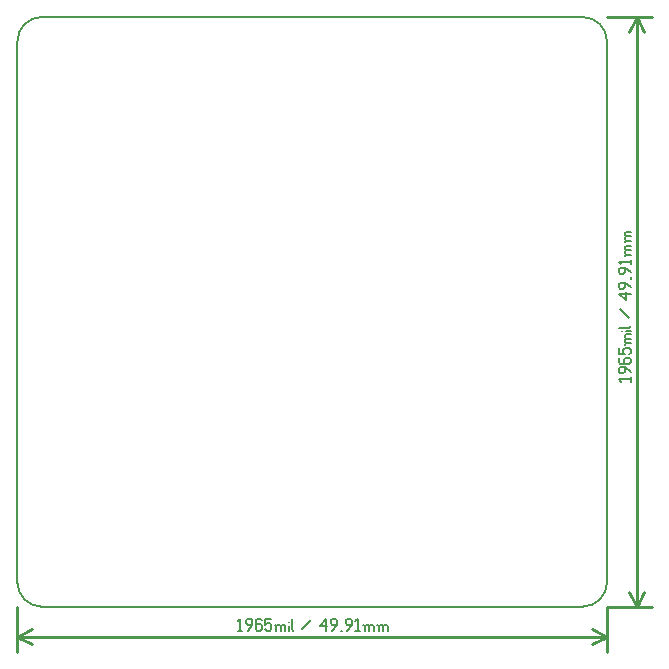
<source format=gbr>
G04 start of page 4 for group 2 idx 2 *
G04 Title: Zab-Let V2, outline *
G04 Creator: pcb 20110918 *
G04 CreationDate: Fri 21 Dec 2012 01:58:23 PM GMT UTC *
G04 For: bertho *
G04 Format: Gerber/RS-274X *
G04 PCB-Dimensions: 325000 225000 *
G04 PCB-Coordinate-Origin: lower left *
%MOIN*%
%FSLAX25Y25*%
%LNOUTLINE*%
%ADD33C,0.0100*%
%ADD32C,0.0080*%
G54D32*X18000Y215000D02*X198500D01*
X10000Y26500D02*Y207000D01*
X198500Y18500D02*X18000D01*
G54D33*X10000D02*Y3500D01*
Y8500D02*X206500D01*
X10000D02*X15000Y6000D01*
X10000Y8500D02*X15000Y11000D01*
G54D32*X206500Y207000D02*Y26500D01*
G54D33*Y18500D02*Y3500D01*
Y8500D02*X201500Y11000D01*
X206500Y8500D02*X201500Y6000D01*
X206500Y18500D02*X221500D01*
X216500D02*Y215000D01*
X206500D02*X221500D01*
X216500D02*X214000Y210000D01*
X216500Y215000D02*X219000Y210000D01*
X216500Y18500D02*X219000Y23500D01*
X216500Y18500D02*X214000Y23500D01*
G54D32*X10000Y207000D02*G75*G02X18000Y215000I8000J0D01*G01*
Y18500D02*G75*G02X10000Y26500I0J8000D01*G01*
X206500D02*G75*G02X198500Y18500I-8000J0D01*G01*
Y215000D02*G75*G02X206500Y207000I0J-8000D01*G01*
X83500Y13700D02*X84300Y14500D01*
Y10500D01*
X83500D02*X85000D01*
X86700D02*X88200Y12500D01*
Y14000D02*Y12500D01*
X87700Y14500D02*X88200Y14000D01*
X86700Y14500D02*X87700D01*
X86200Y14000D02*X86700Y14500D01*
X86200Y14000D02*Y13000D01*
X86700Y12500D01*
X88200D01*
X90900Y14500D02*X91400Y14000D01*
X89900Y14500D02*X90900D01*
X89400Y14000D02*X89900Y14500D01*
X89400Y14000D02*Y11000D01*
X89900Y10500D01*
X90900Y12700D02*X91400Y12200D01*
X89400Y12700D02*X90900D01*
X89900Y10500D02*X90900D01*
X91400Y11000D01*
Y12200D02*Y11000D01*
X92600Y14500D02*X94600D01*
X92600D02*Y12500D01*
X93100Y13000D01*
X94100D01*
X94600Y12500D01*
Y11000D01*
X94100Y10500D02*X94600Y11000D01*
X93100Y10500D02*X94100D01*
X92600Y11000D02*X93100Y10500D01*
X96300Y12000D02*Y10500D01*
Y12000D02*X96800Y12500D01*
X97300D01*
X97800Y12000D01*
Y10500D01*
Y12000D02*X98300Y12500D01*
X98800D01*
X99300Y12000D01*
Y10500D01*
X95800Y12500D02*X96300Y12000D01*
X100500Y13500D02*Y13400D01*
Y12000D02*Y10500D01*
X101500Y14500D02*Y11000D01*
X102000Y10500D01*
X104800Y11000D02*X107800Y14000D01*
X110800Y12000D02*X112800Y14500D01*
X110800Y12000D02*X113300D01*
X112800Y14500D02*Y10500D01*
X115000D02*X116500Y12500D01*
Y14000D02*Y12500D01*
X116000Y14500D02*X116500Y14000D01*
X115000Y14500D02*X116000D01*
X114500Y14000D02*X115000Y14500D01*
X114500Y14000D02*Y13000D01*
X115000Y12500D01*
X116500D01*
X117700Y10500D02*X118200D01*
X119900D02*X121400Y12500D01*
Y14000D02*Y12500D01*
X120900Y14500D02*X121400Y14000D01*
X119900Y14500D02*X120900D01*
X119400Y14000D02*X119900Y14500D01*
X119400Y14000D02*Y13000D01*
X119900Y12500D01*
X121400D01*
X122600Y13700D02*X123400Y14500D01*
Y10500D01*
X122600D02*X124100D01*
X125800Y12000D02*Y10500D01*
Y12000D02*X126300Y12500D01*
X126800D01*
X127300Y12000D01*
Y10500D01*
Y12000D02*X127800Y12500D01*
X128300D01*
X128800Y12000D01*
Y10500D01*
X125300Y12500D02*X125800Y12000D01*
X130500D02*Y10500D01*
Y12000D02*X131000Y12500D01*
X131500D01*
X132000Y12000D01*
Y10500D01*
Y12000D02*X132500Y12500D01*
X133000D01*
X133500Y12000D01*
Y10500D01*
X130000Y12500D02*X130500Y12000D01*
X211300Y93500D02*X210500Y94300D01*
X214500D01*
Y95000D02*Y93500D01*
Y96700D02*X212500Y98200D01*
X211000D02*X212500D01*
X210500Y97700D02*X211000Y98200D01*
X210500Y97700D02*Y96700D01*
X211000Y96200D02*X210500Y96700D01*
X211000Y96200D02*X212000D01*
X212500Y96700D01*
Y98200D02*Y96700D01*
X210500Y100900D02*X211000Y101400D01*
X210500Y100900D02*Y99900D01*
X211000Y99400D02*X210500Y99900D01*
X211000Y99400D02*X214000D01*
X214500Y99900D01*
X212300Y100900D02*X212800Y101400D01*
X212300Y100900D02*Y99400D01*
X214500Y100900D02*Y99900D01*
Y100900D02*X214000Y101400D01*
X212800D02*X214000D01*
X210500Y104600D02*Y102600D01*
X212500D01*
X212000Y103100D01*
Y104100D02*Y103100D01*
Y104100D02*X212500Y104600D01*
X214000D01*
X214500Y104100D02*X214000Y104600D01*
X214500Y104100D02*Y103100D01*
X214000Y102600D02*X214500Y103100D01*
X213000Y106300D02*X214500D01*
X213000D02*X212500Y106800D01*
Y107300D02*Y106800D01*
Y107300D02*X213000Y107800D01*
X214500D01*
X213000D02*X212500Y108300D01*
Y108800D02*Y108300D01*
Y108800D02*X213000Y109300D01*
X214500D01*
X212500Y105800D02*X213000Y106300D01*
X211500Y110500D02*X211600D01*
X213000D02*X214500D01*
X210500Y111500D02*X214000D01*
X214500Y112000D01*
X214000Y114800D02*X211000Y117800D01*
X213000Y120800D02*X210500Y122800D01*
X213000Y123300D02*Y120800D01*
X210500Y122800D02*X214500D01*
Y125000D02*X212500Y126500D01*
X211000D02*X212500D01*
X210500Y126000D02*X211000Y126500D01*
X210500Y126000D02*Y125000D01*
X211000Y124500D02*X210500Y125000D01*
X211000Y124500D02*X212000D01*
X212500Y125000D01*
Y126500D02*Y125000D01*
X214500Y128200D02*Y127700D01*
Y129900D02*X212500Y131400D01*
X211000D02*X212500D01*
X210500Y130900D02*X211000Y131400D01*
X210500Y130900D02*Y129900D01*
X211000Y129400D02*X210500Y129900D01*
X211000Y129400D02*X212000D01*
X212500Y129900D01*
Y131400D02*Y129900D01*
X211300Y132600D02*X210500Y133400D01*
X214500D01*
Y134100D02*Y132600D01*
X213000Y135800D02*X214500D01*
X213000D02*X212500Y136300D01*
Y136800D02*Y136300D01*
Y136800D02*X213000Y137300D01*
X214500D01*
X213000D02*X212500Y137800D01*
Y138300D02*Y137800D01*
Y138300D02*X213000Y138800D01*
X214500D01*
X212500Y135300D02*X213000Y135800D01*
Y140500D02*X214500D01*
X213000D02*X212500Y141000D01*
Y141500D02*Y141000D01*
Y141500D02*X213000Y142000D01*
X214500D01*
X213000D02*X212500Y142500D01*
Y143000D02*Y142500D01*
Y143000D02*X213000Y143500D01*
X214500D01*
X212500Y140000D02*X213000Y140500D01*
M02*

</source>
